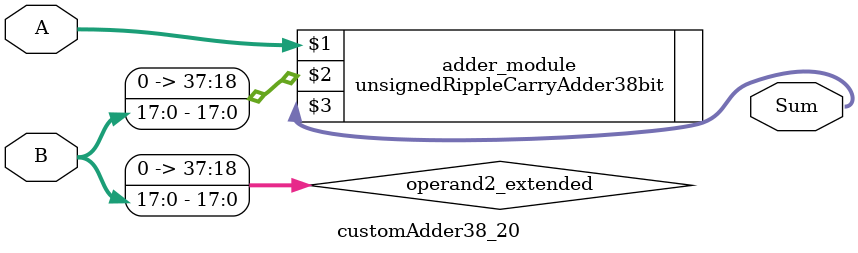
<source format=v>
module customAdder38_20(
                        input [37 : 0] A,
                        input [17 : 0] B,
                        
                        output [38 : 0] Sum
                );

        wire [37 : 0] operand2_extended;
        
        assign operand2_extended =  {20'b0, B};
        
        unsignedRippleCarryAdder38bit adder_module(
            A,
            operand2_extended,
            Sum
        );
        
        endmodule
        
</source>
